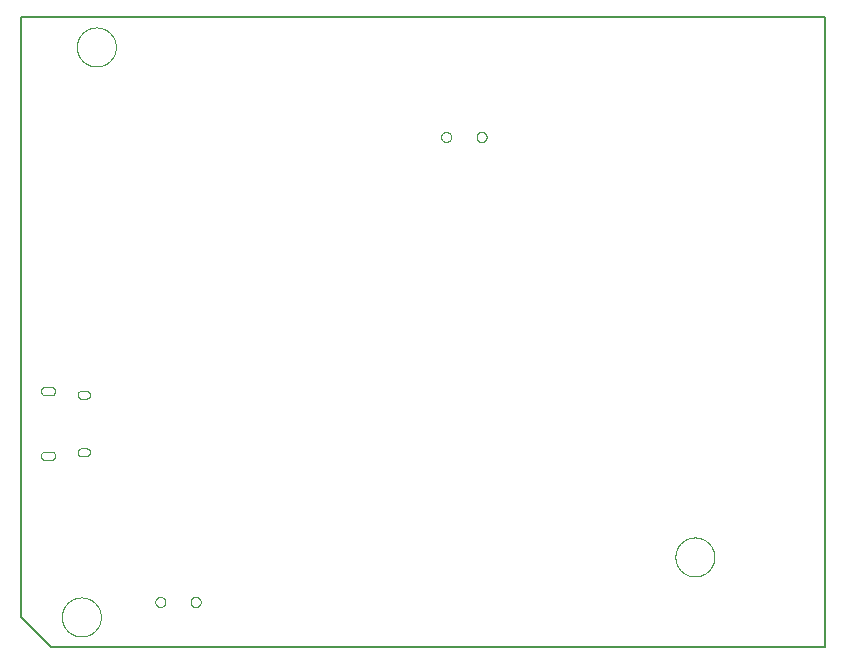
<source format=gko>
G75*
%MOIN*%
%OFA0B0*%
%FSLAX25Y25*%
%IPPOS*%
%LPD*%
%AMOC8*
5,1,8,0,0,1.08239X$1,22.5*
%
%ADD10C,0.00800*%
%ADD11C,0.00079*%
%ADD12C,0.00000*%
D10*
X0063333Y0045000D02*
X0063333Y0245000D01*
X0331333Y0245000D01*
X0331333Y0035000D01*
X0073333Y0035000D01*
X0063333Y0045000D01*
D11*
X0071030Y0097374D02*
X0073392Y0097374D01*
X0073463Y0097384D01*
X0073532Y0097398D01*
X0073601Y0097416D01*
X0073669Y0097437D01*
X0073736Y0097462D01*
X0073801Y0097491D01*
X0073865Y0097523D01*
X0073926Y0097558D01*
X0073986Y0097596D01*
X0074044Y0097638D01*
X0074099Y0097683D01*
X0074153Y0097730D01*
X0074203Y0097780D01*
X0074251Y0097833D01*
X0074296Y0097888D01*
X0074337Y0097946D01*
X0074376Y0098005D01*
X0074412Y0098067D01*
X0074444Y0098130D01*
X0074473Y0098196D01*
X0074498Y0098262D01*
X0074520Y0098330D01*
X0074538Y0098399D01*
X0074553Y0098468D01*
X0074563Y0098538D01*
X0074570Y0098609D01*
X0074574Y0098680D01*
X0074573Y0098751D01*
X0074573Y0098752D02*
X0074574Y0098823D01*
X0074570Y0098894D01*
X0074563Y0098965D01*
X0074553Y0099035D01*
X0074538Y0099104D01*
X0074520Y0099173D01*
X0074498Y0099241D01*
X0074473Y0099307D01*
X0074444Y0099373D01*
X0074412Y0099436D01*
X0074376Y0099498D01*
X0074337Y0099557D01*
X0074296Y0099615D01*
X0074251Y0099670D01*
X0074203Y0099723D01*
X0074153Y0099773D01*
X0074099Y0099820D01*
X0074044Y0099865D01*
X0073986Y0099907D01*
X0073926Y0099945D01*
X0073865Y0099980D01*
X0073801Y0100012D01*
X0073736Y0100041D01*
X0073669Y0100066D01*
X0073601Y0100087D01*
X0073532Y0100105D01*
X0073463Y0100119D01*
X0073392Y0100129D01*
X0073392Y0100130D02*
X0071030Y0100130D01*
X0071031Y0100129D02*
X0070960Y0100119D01*
X0070891Y0100105D01*
X0070822Y0100087D01*
X0070754Y0100066D01*
X0070687Y0100041D01*
X0070622Y0100012D01*
X0070558Y0099980D01*
X0070497Y0099945D01*
X0070437Y0099907D01*
X0070379Y0099865D01*
X0070324Y0099820D01*
X0070270Y0099773D01*
X0070220Y0099723D01*
X0070172Y0099670D01*
X0070127Y0099615D01*
X0070086Y0099557D01*
X0070047Y0099498D01*
X0070011Y0099436D01*
X0069979Y0099373D01*
X0069950Y0099307D01*
X0069925Y0099241D01*
X0069903Y0099173D01*
X0069885Y0099104D01*
X0069870Y0099035D01*
X0069860Y0098965D01*
X0069853Y0098894D01*
X0069849Y0098823D01*
X0069850Y0098752D01*
X0069850Y0098751D02*
X0069849Y0098680D01*
X0069853Y0098609D01*
X0069860Y0098538D01*
X0069870Y0098468D01*
X0069885Y0098399D01*
X0069903Y0098330D01*
X0069925Y0098262D01*
X0069950Y0098196D01*
X0069979Y0098130D01*
X0070011Y0098067D01*
X0070047Y0098005D01*
X0070086Y0097946D01*
X0070127Y0097888D01*
X0070172Y0097833D01*
X0070220Y0097780D01*
X0070270Y0097730D01*
X0070324Y0097683D01*
X0070379Y0097638D01*
X0070437Y0097596D01*
X0070497Y0097558D01*
X0070558Y0097523D01*
X0070622Y0097491D01*
X0070687Y0097462D01*
X0070754Y0097437D01*
X0070822Y0097416D01*
X0070891Y0097398D01*
X0070960Y0097384D01*
X0071031Y0097374D01*
X0083353Y0098654D02*
X0084928Y0098654D01*
X0084928Y0098653D02*
X0084997Y0098655D01*
X0085066Y0098661D01*
X0085135Y0098670D01*
X0085203Y0098683D01*
X0085270Y0098700D01*
X0085337Y0098720D01*
X0085402Y0098744D01*
X0085465Y0098771D01*
X0085528Y0098802D01*
X0085588Y0098836D01*
X0085646Y0098874D01*
X0085703Y0098914D01*
X0085757Y0098957D01*
X0085808Y0099004D01*
X0085857Y0099053D01*
X0085904Y0099104D01*
X0085947Y0099158D01*
X0085987Y0099215D01*
X0086025Y0099273D01*
X0086059Y0099333D01*
X0086090Y0099396D01*
X0086117Y0099459D01*
X0086141Y0099524D01*
X0086161Y0099591D01*
X0086178Y0099658D01*
X0086191Y0099726D01*
X0086200Y0099795D01*
X0086206Y0099864D01*
X0086208Y0099933D01*
X0086207Y0100003D01*
X0086202Y0100072D01*
X0086194Y0100141D01*
X0086182Y0100210D01*
X0086166Y0100277D01*
X0086146Y0100344D01*
X0086122Y0100410D01*
X0086095Y0100474D01*
X0086065Y0100536D01*
X0086031Y0100597D01*
X0085994Y0100656D01*
X0085953Y0100713D01*
X0085910Y0100767D01*
X0085863Y0100819D01*
X0085814Y0100868D01*
X0085762Y0100915D01*
X0085708Y0100958D01*
X0085651Y0100999D01*
X0085592Y0101036D01*
X0085531Y0101070D01*
X0085469Y0101100D01*
X0085405Y0101127D01*
X0085339Y0101151D01*
X0085272Y0101171D01*
X0085205Y0101187D01*
X0085136Y0101199D01*
X0085067Y0101207D01*
X0084998Y0101212D01*
X0084928Y0101213D01*
X0083353Y0101213D01*
X0083281Y0101208D01*
X0083209Y0101199D01*
X0083138Y0101186D01*
X0083067Y0101169D01*
X0082998Y0101149D01*
X0082930Y0101124D01*
X0082863Y0101097D01*
X0082798Y0101065D01*
X0082734Y0101030D01*
X0082673Y0100992D01*
X0082614Y0100951D01*
X0082557Y0100906D01*
X0082502Y0100858D01*
X0082451Y0100808D01*
X0082402Y0100754D01*
X0082356Y0100699D01*
X0082313Y0100640D01*
X0082273Y0100580D01*
X0082237Y0100517D01*
X0082204Y0100453D01*
X0082174Y0100387D01*
X0082149Y0100319D01*
X0082126Y0100250D01*
X0082108Y0100180D01*
X0082094Y0100109D01*
X0082083Y0100038D01*
X0082076Y0099966D01*
X0082073Y0099893D01*
X0082074Y0099893D02*
X0082072Y0099826D01*
X0082074Y0099759D01*
X0082080Y0099692D01*
X0082090Y0099625D01*
X0082103Y0099559D01*
X0082120Y0099494D01*
X0082141Y0099430D01*
X0082166Y0099368D01*
X0082194Y0099306D01*
X0082226Y0099247D01*
X0082260Y0099189D01*
X0082298Y0099134D01*
X0082340Y0099081D01*
X0082384Y0099030D01*
X0082431Y0098982D01*
X0082480Y0098936D01*
X0082533Y0098894D01*
X0082587Y0098854D01*
X0082644Y0098818D01*
X0082702Y0098785D01*
X0082763Y0098755D01*
X0082825Y0098729D01*
X0082888Y0098707D01*
X0082953Y0098688D01*
X0083018Y0098672D01*
X0083085Y0098661D01*
X0083151Y0098653D01*
X0083219Y0098649D01*
X0083286Y0098649D01*
X0083353Y0098653D01*
X0083353Y0117787D02*
X0084928Y0117787D01*
X0084997Y0117789D01*
X0085066Y0117795D01*
X0085135Y0117804D01*
X0085203Y0117817D01*
X0085270Y0117834D01*
X0085337Y0117854D01*
X0085402Y0117878D01*
X0085465Y0117905D01*
X0085528Y0117936D01*
X0085588Y0117970D01*
X0085646Y0118008D01*
X0085703Y0118048D01*
X0085757Y0118091D01*
X0085808Y0118138D01*
X0085857Y0118187D01*
X0085904Y0118238D01*
X0085947Y0118292D01*
X0085987Y0118349D01*
X0086025Y0118407D01*
X0086059Y0118467D01*
X0086090Y0118530D01*
X0086117Y0118593D01*
X0086141Y0118658D01*
X0086161Y0118725D01*
X0086178Y0118792D01*
X0086191Y0118860D01*
X0086200Y0118929D01*
X0086206Y0118998D01*
X0086208Y0119067D01*
X0086207Y0119137D01*
X0086202Y0119206D01*
X0086194Y0119275D01*
X0086182Y0119344D01*
X0086166Y0119411D01*
X0086146Y0119478D01*
X0086122Y0119544D01*
X0086095Y0119608D01*
X0086065Y0119670D01*
X0086031Y0119731D01*
X0085994Y0119790D01*
X0085953Y0119847D01*
X0085910Y0119901D01*
X0085863Y0119953D01*
X0085814Y0120002D01*
X0085762Y0120049D01*
X0085708Y0120092D01*
X0085651Y0120133D01*
X0085592Y0120170D01*
X0085531Y0120204D01*
X0085469Y0120234D01*
X0085405Y0120261D01*
X0085339Y0120285D01*
X0085272Y0120305D01*
X0085205Y0120321D01*
X0085136Y0120333D01*
X0085067Y0120341D01*
X0084998Y0120346D01*
X0084928Y0120347D01*
X0084928Y0120346D02*
X0083353Y0120346D01*
X0083353Y0120347D02*
X0083281Y0120342D01*
X0083209Y0120333D01*
X0083138Y0120320D01*
X0083067Y0120303D01*
X0082998Y0120283D01*
X0082930Y0120258D01*
X0082863Y0120231D01*
X0082798Y0120199D01*
X0082734Y0120164D01*
X0082673Y0120126D01*
X0082614Y0120085D01*
X0082557Y0120040D01*
X0082502Y0119992D01*
X0082451Y0119942D01*
X0082402Y0119888D01*
X0082356Y0119833D01*
X0082313Y0119774D01*
X0082273Y0119714D01*
X0082237Y0119651D01*
X0082204Y0119587D01*
X0082174Y0119521D01*
X0082149Y0119453D01*
X0082126Y0119384D01*
X0082108Y0119314D01*
X0082094Y0119243D01*
X0082083Y0119172D01*
X0082076Y0119100D01*
X0082073Y0119027D01*
X0082074Y0119027D02*
X0082072Y0118960D01*
X0082074Y0118893D01*
X0082080Y0118826D01*
X0082090Y0118759D01*
X0082103Y0118693D01*
X0082120Y0118628D01*
X0082141Y0118564D01*
X0082166Y0118502D01*
X0082194Y0118440D01*
X0082226Y0118381D01*
X0082260Y0118323D01*
X0082298Y0118268D01*
X0082340Y0118215D01*
X0082384Y0118164D01*
X0082431Y0118116D01*
X0082480Y0118070D01*
X0082533Y0118028D01*
X0082587Y0117988D01*
X0082644Y0117952D01*
X0082702Y0117919D01*
X0082763Y0117889D01*
X0082825Y0117863D01*
X0082888Y0117841D01*
X0082953Y0117822D01*
X0083018Y0117806D01*
X0083085Y0117795D01*
X0083151Y0117787D01*
X0083219Y0117783D01*
X0083286Y0117783D01*
X0083353Y0117787D01*
X0073392Y0118870D02*
X0071030Y0118870D01*
X0071031Y0118871D02*
X0070960Y0118881D01*
X0070891Y0118895D01*
X0070822Y0118913D01*
X0070754Y0118934D01*
X0070687Y0118959D01*
X0070622Y0118988D01*
X0070558Y0119020D01*
X0070497Y0119055D01*
X0070437Y0119093D01*
X0070379Y0119135D01*
X0070324Y0119180D01*
X0070270Y0119227D01*
X0070220Y0119277D01*
X0070172Y0119330D01*
X0070127Y0119385D01*
X0070086Y0119443D01*
X0070047Y0119502D01*
X0070011Y0119564D01*
X0069979Y0119627D01*
X0069950Y0119693D01*
X0069925Y0119759D01*
X0069903Y0119827D01*
X0069885Y0119896D01*
X0069870Y0119965D01*
X0069860Y0120035D01*
X0069853Y0120106D01*
X0069849Y0120177D01*
X0069850Y0120248D01*
X0069850Y0120249D02*
X0069849Y0120320D01*
X0069853Y0120391D01*
X0069860Y0120462D01*
X0069870Y0120532D01*
X0069885Y0120601D01*
X0069903Y0120670D01*
X0069925Y0120738D01*
X0069950Y0120804D01*
X0069979Y0120870D01*
X0070011Y0120933D01*
X0070047Y0120995D01*
X0070086Y0121054D01*
X0070127Y0121112D01*
X0070172Y0121167D01*
X0070220Y0121220D01*
X0070270Y0121270D01*
X0070324Y0121317D01*
X0070379Y0121362D01*
X0070437Y0121404D01*
X0070497Y0121442D01*
X0070558Y0121477D01*
X0070622Y0121509D01*
X0070687Y0121538D01*
X0070754Y0121563D01*
X0070822Y0121584D01*
X0070891Y0121602D01*
X0070960Y0121616D01*
X0071031Y0121626D01*
X0071030Y0121626D02*
X0073392Y0121626D01*
X0073463Y0121616D01*
X0073532Y0121602D01*
X0073601Y0121584D01*
X0073669Y0121563D01*
X0073736Y0121538D01*
X0073801Y0121509D01*
X0073865Y0121477D01*
X0073926Y0121442D01*
X0073986Y0121404D01*
X0074044Y0121362D01*
X0074099Y0121317D01*
X0074153Y0121270D01*
X0074203Y0121220D01*
X0074251Y0121167D01*
X0074296Y0121112D01*
X0074337Y0121054D01*
X0074376Y0120995D01*
X0074412Y0120933D01*
X0074444Y0120870D01*
X0074473Y0120804D01*
X0074498Y0120738D01*
X0074520Y0120670D01*
X0074538Y0120601D01*
X0074553Y0120532D01*
X0074563Y0120462D01*
X0074570Y0120391D01*
X0074574Y0120320D01*
X0074573Y0120249D01*
X0074573Y0120248D02*
X0074574Y0120177D01*
X0074570Y0120106D01*
X0074563Y0120035D01*
X0074553Y0119965D01*
X0074538Y0119896D01*
X0074520Y0119827D01*
X0074498Y0119759D01*
X0074473Y0119693D01*
X0074444Y0119627D01*
X0074412Y0119564D01*
X0074376Y0119502D01*
X0074337Y0119443D01*
X0074296Y0119385D01*
X0074251Y0119330D01*
X0074203Y0119277D01*
X0074153Y0119227D01*
X0074099Y0119180D01*
X0074044Y0119135D01*
X0073986Y0119093D01*
X0073926Y0119055D01*
X0073865Y0119020D01*
X0073801Y0118988D01*
X0073736Y0118959D01*
X0073669Y0118934D01*
X0073601Y0118913D01*
X0073532Y0118895D01*
X0073463Y0118881D01*
X0073392Y0118871D01*
D12*
X0107955Y0050000D02*
X0107957Y0050081D01*
X0107963Y0050163D01*
X0107973Y0050244D01*
X0107987Y0050324D01*
X0108004Y0050403D01*
X0108026Y0050482D01*
X0108051Y0050559D01*
X0108080Y0050636D01*
X0108113Y0050710D01*
X0108150Y0050783D01*
X0108189Y0050854D01*
X0108233Y0050923D01*
X0108279Y0050990D01*
X0108329Y0051054D01*
X0108382Y0051116D01*
X0108438Y0051176D01*
X0108496Y0051232D01*
X0108558Y0051286D01*
X0108622Y0051337D01*
X0108688Y0051384D01*
X0108756Y0051428D01*
X0108827Y0051469D01*
X0108899Y0051506D01*
X0108974Y0051540D01*
X0109049Y0051570D01*
X0109127Y0051596D01*
X0109205Y0051619D01*
X0109284Y0051637D01*
X0109364Y0051652D01*
X0109445Y0051663D01*
X0109526Y0051670D01*
X0109608Y0051673D01*
X0109689Y0051672D01*
X0109770Y0051667D01*
X0109851Y0051658D01*
X0109932Y0051645D01*
X0110012Y0051628D01*
X0110090Y0051608D01*
X0110168Y0051583D01*
X0110245Y0051555D01*
X0110320Y0051523D01*
X0110393Y0051488D01*
X0110464Y0051449D01*
X0110534Y0051406D01*
X0110601Y0051361D01*
X0110667Y0051312D01*
X0110729Y0051260D01*
X0110789Y0051204D01*
X0110846Y0051146D01*
X0110901Y0051086D01*
X0110952Y0051022D01*
X0111000Y0050957D01*
X0111045Y0050889D01*
X0111087Y0050819D01*
X0111125Y0050747D01*
X0111160Y0050673D01*
X0111191Y0050598D01*
X0111218Y0050521D01*
X0111241Y0050443D01*
X0111261Y0050364D01*
X0111277Y0050284D01*
X0111289Y0050203D01*
X0111297Y0050122D01*
X0111301Y0050041D01*
X0111301Y0049959D01*
X0111297Y0049878D01*
X0111289Y0049797D01*
X0111277Y0049716D01*
X0111261Y0049636D01*
X0111241Y0049557D01*
X0111218Y0049479D01*
X0111191Y0049402D01*
X0111160Y0049327D01*
X0111125Y0049253D01*
X0111087Y0049181D01*
X0111045Y0049111D01*
X0111000Y0049043D01*
X0110952Y0048978D01*
X0110901Y0048914D01*
X0110846Y0048854D01*
X0110789Y0048796D01*
X0110729Y0048740D01*
X0110667Y0048688D01*
X0110601Y0048639D01*
X0110534Y0048594D01*
X0110465Y0048551D01*
X0110393Y0048512D01*
X0110320Y0048477D01*
X0110245Y0048445D01*
X0110168Y0048417D01*
X0110090Y0048392D01*
X0110012Y0048372D01*
X0109932Y0048355D01*
X0109851Y0048342D01*
X0109770Y0048333D01*
X0109689Y0048328D01*
X0109608Y0048327D01*
X0109526Y0048330D01*
X0109445Y0048337D01*
X0109364Y0048348D01*
X0109284Y0048363D01*
X0109205Y0048381D01*
X0109127Y0048404D01*
X0109049Y0048430D01*
X0108974Y0048460D01*
X0108899Y0048494D01*
X0108827Y0048531D01*
X0108756Y0048572D01*
X0108688Y0048616D01*
X0108622Y0048663D01*
X0108558Y0048714D01*
X0108496Y0048768D01*
X0108438Y0048824D01*
X0108382Y0048884D01*
X0108329Y0048946D01*
X0108279Y0049010D01*
X0108233Y0049077D01*
X0108189Y0049146D01*
X0108150Y0049217D01*
X0108113Y0049290D01*
X0108080Y0049364D01*
X0108051Y0049441D01*
X0108026Y0049518D01*
X0108004Y0049597D01*
X0107987Y0049676D01*
X0107973Y0049756D01*
X0107963Y0049837D01*
X0107957Y0049919D01*
X0107955Y0050000D01*
X0119766Y0050000D02*
X0119768Y0050081D01*
X0119774Y0050163D01*
X0119784Y0050244D01*
X0119798Y0050324D01*
X0119815Y0050403D01*
X0119837Y0050482D01*
X0119862Y0050559D01*
X0119891Y0050636D01*
X0119924Y0050710D01*
X0119961Y0050783D01*
X0120000Y0050854D01*
X0120044Y0050923D01*
X0120090Y0050990D01*
X0120140Y0051054D01*
X0120193Y0051116D01*
X0120249Y0051176D01*
X0120307Y0051232D01*
X0120369Y0051286D01*
X0120433Y0051337D01*
X0120499Y0051384D01*
X0120567Y0051428D01*
X0120638Y0051469D01*
X0120710Y0051506D01*
X0120785Y0051540D01*
X0120860Y0051570D01*
X0120938Y0051596D01*
X0121016Y0051619D01*
X0121095Y0051637D01*
X0121175Y0051652D01*
X0121256Y0051663D01*
X0121337Y0051670D01*
X0121419Y0051673D01*
X0121500Y0051672D01*
X0121581Y0051667D01*
X0121662Y0051658D01*
X0121743Y0051645D01*
X0121823Y0051628D01*
X0121901Y0051608D01*
X0121979Y0051583D01*
X0122056Y0051555D01*
X0122131Y0051523D01*
X0122204Y0051488D01*
X0122275Y0051449D01*
X0122345Y0051406D01*
X0122412Y0051361D01*
X0122478Y0051312D01*
X0122540Y0051260D01*
X0122600Y0051204D01*
X0122657Y0051146D01*
X0122712Y0051086D01*
X0122763Y0051022D01*
X0122811Y0050957D01*
X0122856Y0050889D01*
X0122898Y0050819D01*
X0122936Y0050747D01*
X0122971Y0050673D01*
X0123002Y0050598D01*
X0123029Y0050521D01*
X0123052Y0050443D01*
X0123072Y0050364D01*
X0123088Y0050284D01*
X0123100Y0050203D01*
X0123108Y0050122D01*
X0123112Y0050041D01*
X0123112Y0049959D01*
X0123108Y0049878D01*
X0123100Y0049797D01*
X0123088Y0049716D01*
X0123072Y0049636D01*
X0123052Y0049557D01*
X0123029Y0049479D01*
X0123002Y0049402D01*
X0122971Y0049327D01*
X0122936Y0049253D01*
X0122898Y0049181D01*
X0122856Y0049111D01*
X0122811Y0049043D01*
X0122763Y0048978D01*
X0122712Y0048914D01*
X0122657Y0048854D01*
X0122600Y0048796D01*
X0122540Y0048740D01*
X0122478Y0048688D01*
X0122412Y0048639D01*
X0122345Y0048594D01*
X0122276Y0048551D01*
X0122204Y0048512D01*
X0122131Y0048477D01*
X0122056Y0048445D01*
X0121979Y0048417D01*
X0121901Y0048392D01*
X0121823Y0048372D01*
X0121743Y0048355D01*
X0121662Y0048342D01*
X0121581Y0048333D01*
X0121500Y0048328D01*
X0121419Y0048327D01*
X0121337Y0048330D01*
X0121256Y0048337D01*
X0121175Y0048348D01*
X0121095Y0048363D01*
X0121016Y0048381D01*
X0120938Y0048404D01*
X0120860Y0048430D01*
X0120785Y0048460D01*
X0120710Y0048494D01*
X0120638Y0048531D01*
X0120567Y0048572D01*
X0120499Y0048616D01*
X0120433Y0048663D01*
X0120369Y0048714D01*
X0120307Y0048768D01*
X0120249Y0048824D01*
X0120193Y0048884D01*
X0120140Y0048946D01*
X0120090Y0049010D01*
X0120044Y0049077D01*
X0120000Y0049146D01*
X0119961Y0049217D01*
X0119924Y0049290D01*
X0119891Y0049364D01*
X0119862Y0049441D01*
X0119837Y0049518D01*
X0119815Y0049597D01*
X0119798Y0049676D01*
X0119784Y0049756D01*
X0119774Y0049837D01*
X0119768Y0049919D01*
X0119766Y0050000D01*
X0076833Y0045000D02*
X0076835Y0045161D01*
X0076841Y0045321D01*
X0076851Y0045482D01*
X0076865Y0045642D01*
X0076883Y0045802D01*
X0076904Y0045961D01*
X0076930Y0046120D01*
X0076960Y0046278D01*
X0076993Y0046435D01*
X0077031Y0046592D01*
X0077072Y0046747D01*
X0077117Y0046901D01*
X0077166Y0047054D01*
X0077219Y0047206D01*
X0077275Y0047357D01*
X0077336Y0047506D01*
X0077399Y0047654D01*
X0077467Y0047800D01*
X0077538Y0047944D01*
X0077612Y0048086D01*
X0077690Y0048227D01*
X0077772Y0048365D01*
X0077857Y0048502D01*
X0077945Y0048636D01*
X0078037Y0048768D01*
X0078132Y0048898D01*
X0078230Y0049026D01*
X0078331Y0049151D01*
X0078435Y0049273D01*
X0078542Y0049393D01*
X0078652Y0049510D01*
X0078765Y0049625D01*
X0078881Y0049736D01*
X0079000Y0049845D01*
X0079121Y0049950D01*
X0079245Y0050053D01*
X0079371Y0050153D01*
X0079499Y0050249D01*
X0079630Y0050342D01*
X0079764Y0050432D01*
X0079899Y0050519D01*
X0080037Y0050602D01*
X0080176Y0050682D01*
X0080318Y0050758D01*
X0080461Y0050831D01*
X0080606Y0050900D01*
X0080753Y0050966D01*
X0080901Y0051028D01*
X0081051Y0051086D01*
X0081202Y0051141D01*
X0081355Y0051192D01*
X0081509Y0051239D01*
X0081664Y0051282D01*
X0081820Y0051321D01*
X0081976Y0051357D01*
X0082134Y0051388D01*
X0082292Y0051416D01*
X0082451Y0051440D01*
X0082611Y0051460D01*
X0082771Y0051476D01*
X0082931Y0051488D01*
X0083092Y0051496D01*
X0083253Y0051500D01*
X0083413Y0051500D01*
X0083574Y0051496D01*
X0083735Y0051488D01*
X0083895Y0051476D01*
X0084055Y0051460D01*
X0084215Y0051440D01*
X0084374Y0051416D01*
X0084532Y0051388D01*
X0084690Y0051357D01*
X0084846Y0051321D01*
X0085002Y0051282D01*
X0085157Y0051239D01*
X0085311Y0051192D01*
X0085464Y0051141D01*
X0085615Y0051086D01*
X0085765Y0051028D01*
X0085913Y0050966D01*
X0086060Y0050900D01*
X0086205Y0050831D01*
X0086348Y0050758D01*
X0086490Y0050682D01*
X0086629Y0050602D01*
X0086767Y0050519D01*
X0086902Y0050432D01*
X0087036Y0050342D01*
X0087167Y0050249D01*
X0087295Y0050153D01*
X0087421Y0050053D01*
X0087545Y0049950D01*
X0087666Y0049845D01*
X0087785Y0049736D01*
X0087901Y0049625D01*
X0088014Y0049510D01*
X0088124Y0049393D01*
X0088231Y0049273D01*
X0088335Y0049151D01*
X0088436Y0049026D01*
X0088534Y0048898D01*
X0088629Y0048768D01*
X0088721Y0048636D01*
X0088809Y0048502D01*
X0088894Y0048365D01*
X0088976Y0048227D01*
X0089054Y0048086D01*
X0089128Y0047944D01*
X0089199Y0047800D01*
X0089267Y0047654D01*
X0089330Y0047506D01*
X0089391Y0047357D01*
X0089447Y0047206D01*
X0089500Y0047054D01*
X0089549Y0046901D01*
X0089594Y0046747D01*
X0089635Y0046592D01*
X0089673Y0046435D01*
X0089706Y0046278D01*
X0089736Y0046120D01*
X0089762Y0045961D01*
X0089783Y0045802D01*
X0089801Y0045642D01*
X0089815Y0045482D01*
X0089825Y0045321D01*
X0089831Y0045161D01*
X0089833Y0045000D01*
X0089831Y0044839D01*
X0089825Y0044679D01*
X0089815Y0044518D01*
X0089801Y0044358D01*
X0089783Y0044198D01*
X0089762Y0044039D01*
X0089736Y0043880D01*
X0089706Y0043722D01*
X0089673Y0043565D01*
X0089635Y0043408D01*
X0089594Y0043253D01*
X0089549Y0043099D01*
X0089500Y0042946D01*
X0089447Y0042794D01*
X0089391Y0042643D01*
X0089330Y0042494D01*
X0089267Y0042346D01*
X0089199Y0042200D01*
X0089128Y0042056D01*
X0089054Y0041914D01*
X0088976Y0041773D01*
X0088894Y0041635D01*
X0088809Y0041498D01*
X0088721Y0041364D01*
X0088629Y0041232D01*
X0088534Y0041102D01*
X0088436Y0040974D01*
X0088335Y0040849D01*
X0088231Y0040727D01*
X0088124Y0040607D01*
X0088014Y0040490D01*
X0087901Y0040375D01*
X0087785Y0040264D01*
X0087666Y0040155D01*
X0087545Y0040050D01*
X0087421Y0039947D01*
X0087295Y0039847D01*
X0087167Y0039751D01*
X0087036Y0039658D01*
X0086902Y0039568D01*
X0086767Y0039481D01*
X0086629Y0039398D01*
X0086490Y0039318D01*
X0086348Y0039242D01*
X0086205Y0039169D01*
X0086060Y0039100D01*
X0085913Y0039034D01*
X0085765Y0038972D01*
X0085615Y0038914D01*
X0085464Y0038859D01*
X0085311Y0038808D01*
X0085157Y0038761D01*
X0085002Y0038718D01*
X0084846Y0038679D01*
X0084690Y0038643D01*
X0084532Y0038612D01*
X0084374Y0038584D01*
X0084215Y0038560D01*
X0084055Y0038540D01*
X0083895Y0038524D01*
X0083735Y0038512D01*
X0083574Y0038504D01*
X0083413Y0038500D01*
X0083253Y0038500D01*
X0083092Y0038504D01*
X0082931Y0038512D01*
X0082771Y0038524D01*
X0082611Y0038540D01*
X0082451Y0038560D01*
X0082292Y0038584D01*
X0082134Y0038612D01*
X0081976Y0038643D01*
X0081820Y0038679D01*
X0081664Y0038718D01*
X0081509Y0038761D01*
X0081355Y0038808D01*
X0081202Y0038859D01*
X0081051Y0038914D01*
X0080901Y0038972D01*
X0080753Y0039034D01*
X0080606Y0039100D01*
X0080461Y0039169D01*
X0080318Y0039242D01*
X0080176Y0039318D01*
X0080037Y0039398D01*
X0079899Y0039481D01*
X0079764Y0039568D01*
X0079630Y0039658D01*
X0079499Y0039751D01*
X0079371Y0039847D01*
X0079245Y0039947D01*
X0079121Y0040050D01*
X0079000Y0040155D01*
X0078881Y0040264D01*
X0078765Y0040375D01*
X0078652Y0040490D01*
X0078542Y0040607D01*
X0078435Y0040727D01*
X0078331Y0040849D01*
X0078230Y0040974D01*
X0078132Y0041102D01*
X0078037Y0041232D01*
X0077945Y0041364D01*
X0077857Y0041498D01*
X0077772Y0041635D01*
X0077690Y0041773D01*
X0077612Y0041914D01*
X0077538Y0042056D01*
X0077467Y0042200D01*
X0077399Y0042346D01*
X0077336Y0042494D01*
X0077275Y0042643D01*
X0077219Y0042794D01*
X0077166Y0042946D01*
X0077117Y0043099D01*
X0077072Y0043253D01*
X0077031Y0043408D01*
X0076993Y0043565D01*
X0076960Y0043722D01*
X0076930Y0043880D01*
X0076904Y0044039D01*
X0076883Y0044198D01*
X0076865Y0044358D01*
X0076851Y0044518D01*
X0076841Y0044679D01*
X0076835Y0044839D01*
X0076833Y0045000D01*
X0281333Y0065000D02*
X0281335Y0065161D01*
X0281341Y0065321D01*
X0281351Y0065482D01*
X0281365Y0065642D01*
X0281383Y0065802D01*
X0281404Y0065961D01*
X0281430Y0066120D01*
X0281460Y0066278D01*
X0281493Y0066435D01*
X0281531Y0066592D01*
X0281572Y0066747D01*
X0281617Y0066901D01*
X0281666Y0067054D01*
X0281719Y0067206D01*
X0281775Y0067357D01*
X0281836Y0067506D01*
X0281899Y0067654D01*
X0281967Y0067800D01*
X0282038Y0067944D01*
X0282112Y0068086D01*
X0282190Y0068227D01*
X0282272Y0068365D01*
X0282357Y0068502D01*
X0282445Y0068636D01*
X0282537Y0068768D01*
X0282632Y0068898D01*
X0282730Y0069026D01*
X0282831Y0069151D01*
X0282935Y0069273D01*
X0283042Y0069393D01*
X0283152Y0069510D01*
X0283265Y0069625D01*
X0283381Y0069736D01*
X0283500Y0069845D01*
X0283621Y0069950D01*
X0283745Y0070053D01*
X0283871Y0070153D01*
X0283999Y0070249D01*
X0284130Y0070342D01*
X0284264Y0070432D01*
X0284399Y0070519D01*
X0284537Y0070602D01*
X0284676Y0070682D01*
X0284818Y0070758D01*
X0284961Y0070831D01*
X0285106Y0070900D01*
X0285253Y0070966D01*
X0285401Y0071028D01*
X0285551Y0071086D01*
X0285702Y0071141D01*
X0285855Y0071192D01*
X0286009Y0071239D01*
X0286164Y0071282D01*
X0286320Y0071321D01*
X0286476Y0071357D01*
X0286634Y0071388D01*
X0286792Y0071416D01*
X0286951Y0071440D01*
X0287111Y0071460D01*
X0287271Y0071476D01*
X0287431Y0071488D01*
X0287592Y0071496D01*
X0287753Y0071500D01*
X0287913Y0071500D01*
X0288074Y0071496D01*
X0288235Y0071488D01*
X0288395Y0071476D01*
X0288555Y0071460D01*
X0288715Y0071440D01*
X0288874Y0071416D01*
X0289032Y0071388D01*
X0289190Y0071357D01*
X0289346Y0071321D01*
X0289502Y0071282D01*
X0289657Y0071239D01*
X0289811Y0071192D01*
X0289964Y0071141D01*
X0290115Y0071086D01*
X0290265Y0071028D01*
X0290413Y0070966D01*
X0290560Y0070900D01*
X0290705Y0070831D01*
X0290848Y0070758D01*
X0290990Y0070682D01*
X0291129Y0070602D01*
X0291267Y0070519D01*
X0291402Y0070432D01*
X0291536Y0070342D01*
X0291667Y0070249D01*
X0291795Y0070153D01*
X0291921Y0070053D01*
X0292045Y0069950D01*
X0292166Y0069845D01*
X0292285Y0069736D01*
X0292401Y0069625D01*
X0292514Y0069510D01*
X0292624Y0069393D01*
X0292731Y0069273D01*
X0292835Y0069151D01*
X0292936Y0069026D01*
X0293034Y0068898D01*
X0293129Y0068768D01*
X0293221Y0068636D01*
X0293309Y0068502D01*
X0293394Y0068365D01*
X0293476Y0068227D01*
X0293554Y0068086D01*
X0293628Y0067944D01*
X0293699Y0067800D01*
X0293767Y0067654D01*
X0293830Y0067506D01*
X0293891Y0067357D01*
X0293947Y0067206D01*
X0294000Y0067054D01*
X0294049Y0066901D01*
X0294094Y0066747D01*
X0294135Y0066592D01*
X0294173Y0066435D01*
X0294206Y0066278D01*
X0294236Y0066120D01*
X0294262Y0065961D01*
X0294283Y0065802D01*
X0294301Y0065642D01*
X0294315Y0065482D01*
X0294325Y0065321D01*
X0294331Y0065161D01*
X0294333Y0065000D01*
X0294331Y0064839D01*
X0294325Y0064679D01*
X0294315Y0064518D01*
X0294301Y0064358D01*
X0294283Y0064198D01*
X0294262Y0064039D01*
X0294236Y0063880D01*
X0294206Y0063722D01*
X0294173Y0063565D01*
X0294135Y0063408D01*
X0294094Y0063253D01*
X0294049Y0063099D01*
X0294000Y0062946D01*
X0293947Y0062794D01*
X0293891Y0062643D01*
X0293830Y0062494D01*
X0293767Y0062346D01*
X0293699Y0062200D01*
X0293628Y0062056D01*
X0293554Y0061914D01*
X0293476Y0061773D01*
X0293394Y0061635D01*
X0293309Y0061498D01*
X0293221Y0061364D01*
X0293129Y0061232D01*
X0293034Y0061102D01*
X0292936Y0060974D01*
X0292835Y0060849D01*
X0292731Y0060727D01*
X0292624Y0060607D01*
X0292514Y0060490D01*
X0292401Y0060375D01*
X0292285Y0060264D01*
X0292166Y0060155D01*
X0292045Y0060050D01*
X0291921Y0059947D01*
X0291795Y0059847D01*
X0291667Y0059751D01*
X0291536Y0059658D01*
X0291402Y0059568D01*
X0291267Y0059481D01*
X0291129Y0059398D01*
X0290990Y0059318D01*
X0290848Y0059242D01*
X0290705Y0059169D01*
X0290560Y0059100D01*
X0290413Y0059034D01*
X0290265Y0058972D01*
X0290115Y0058914D01*
X0289964Y0058859D01*
X0289811Y0058808D01*
X0289657Y0058761D01*
X0289502Y0058718D01*
X0289346Y0058679D01*
X0289190Y0058643D01*
X0289032Y0058612D01*
X0288874Y0058584D01*
X0288715Y0058560D01*
X0288555Y0058540D01*
X0288395Y0058524D01*
X0288235Y0058512D01*
X0288074Y0058504D01*
X0287913Y0058500D01*
X0287753Y0058500D01*
X0287592Y0058504D01*
X0287431Y0058512D01*
X0287271Y0058524D01*
X0287111Y0058540D01*
X0286951Y0058560D01*
X0286792Y0058584D01*
X0286634Y0058612D01*
X0286476Y0058643D01*
X0286320Y0058679D01*
X0286164Y0058718D01*
X0286009Y0058761D01*
X0285855Y0058808D01*
X0285702Y0058859D01*
X0285551Y0058914D01*
X0285401Y0058972D01*
X0285253Y0059034D01*
X0285106Y0059100D01*
X0284961Y0059169D01*
X0284818Y0059242D01*
X0284676Y0059318D01*
X0284537Y0059398D01*
X0284399Y0059481D01*
X0284264Y0059568D01*
X0284130Y0059658D01*
X0283999Y0059751D01*
X0283871Y0059847D01*
X0283745Y0059947D01*
X0283621Y0060050D01*
X0283500Y0060155D01*
X0283381Y0060264D01*
X0283265Y0060375D01*
X0283152Y0060490D01*
X0283042Y0060607D01*
X0282935Y0060727D01*
X0282831Y0060849D01*
X0282730Y0060974D01*
X0282632Y0061102D01*
X0282537Y0061232D01*
X0282445Y0061364D01*
X0282357Y0061498D01*
X0282272Y0061635D01*
X0282190Y0061773D01*
X0282112Y0061914D01*
X0282038Y0062056D01*
X0281967Y0062200D01*
X0281899Y0062346D01*
X0281836Y0062494D01*
X0281775Y0062643D01*
X0281719Y0062794D01*
X0281666Y0062946D01*
X0281617Y0063099D01*
X0281572Y0063253D01*
X0281531Y0063408D01*
X0281493Y0063565D01*
X0281460Y0063722D01*
X0281430Y0063880D01*
X0281404Y0064039D01*
X0281383Y0064198D01*
X0281365Y0064358D01*
X0281351Y0064518D01*
X0281341Y0064679D01*
X0281335Y0064839D01*
X0281333Y0065000D01*
X0215066Y0205000D02*
X0215068Y0205081D01*
X0215074Y0205163D01*
X0215084Y0205244D01*
X0215098Y0205324D01*
X0215115Y0205403D01*
X0215137Y0205482D01*
X0215162Y0205559D01*
X0215191Y0205636D01*
X0215224Y0205710D01*
X0215261Y0205783D01*
X0215300Y0205854D01*
X0215344Y0205923D01*
X0215390Y0205990D01*
X0215440Y0206054D01*
X0215493Y0206116D01*
X0215549Y0206176D01*
X0215607Y0206232D01*
X0215669Y0206286D01*
X0215733Y0206337D01*
X0215799Y0206384D01*
X0215867Y0206428D01*
X0215938Y0206469D01*
X0216010Y0206506D01*
X0216085Y0206540D01*
X0216160Y0206570D01*
X0216238Y0206596D01*
X0216316Y0206619D01*
X0216395Y0206637D01*
X0216475Y0206652D01*
X0216556Y0206663D01*
X0216637Y0206670D01*
X0216719Y0206673D01*
X0216800Y0206672D01*
X0216881Y0206667D01*
X0216962Y0206658D01*
X0217043Y0206645D01*
X0217123Y0206628D01*
X0217201Y0206608D01*
X0217279Y0206583D01*
X0217356Y0206555D01*
X0217431Y0206523D01*
X0217504Y0206488D01*
X0217575Y0206449D01*
X0217645Y0206406D01*
X0217712Y0206361D01*
X0217778Y0206312D01*
X0217840Y0206260D01*
X0217900Y0206204D01*
X0217957Y0206146D01*
X0218012Y0206086D01*
X0218063Y0206022D01*
X0218111Y0205957D01*
X0218156Y0205889D01*
X0218198Y0205819D01*
X0218236Y0205747D01*
X0218271Y0205673D01*
X0218302Y0205598D01*
X0218329Y0205521D01*
X0218352Y0205443D01*
X0218372Y0205364D01*
X0218388Y0205284D01*
X0218400Y0205203D01*
X0218408Y0205122D01*
X0218412Y0205041D01*
X0218412Y0204959D01*
X0218408Y0204878D01*
X0218400Y0204797D01*
X0218388Y0204716D01*
X0218372Y0204636D01*
X0218352Y0204557D01*
X0218329Y0204479D01*
X0218302Y0204402D01*
X0218271Y0204327D01*
X0218236Y0204253D01*
X0218198Y0204181D01*
X0218156Y0204111D01*
X0218111Y0204043D01*
X0218063Y0203978D01*
X0218012Y0203914D01*
X0217957Y0203854D01*
X0217900Y0203796D01*
X0217840Y0203740D01*
X0217778Y0203688D01*
X0217712Y0203639D01*
X0217645Y0203594D01*
X0217576Y0203551D01*
X0217504Y0203512D01*
X0217431Y0203477D01*
X0217356Y0203445D01*
X0217279Y0203417D01*
X0217201Y0203392D01*
X0217123Y0203372D01*
X0217043Y0203355D01*
X0216962Y0203342D01*
X0216881Y0203333D01*
X0216800Y0203328D01*
X0216719Y0203327D01*
X0216637Y0203330D01*
X0216556Y0203337D01*
X0216475Y0203348D01*
X0216395Y0203363D01*
X0216316Y0203381D01*
X0216238Y0203404D01*
X0216160Y0203430D01*
X0216085Y0203460D01*
X0216010Y0203494D01*
X0215938Y0203531D01*
X0215867Y0203572D01*
X0215799Y0203616D01*
X0215733Y0203663D01*
X0215669Y0203714D01*
X0215607Y0203768D01*
X0215549Y0203824D01*
X0215493Y0203884D01*
X0215440Y0203946D01*
X0215390Y0204010D01*
X0215344Y0204077D01*
X0215300Y0204146D01*
X0215261Y0204217D01*
X0215224Y0204290D01*
X0215191Y0204364D01*
X0215162Y0204441D01*
X0215137Y0204518D01*
X0215115Y0204597D01*
X0215098Y0204676D01*
X0215084Y0204756D01*
X0215074Y0204837D01*
X0215068Y0204919D01*
X0215066Y0205000D01*
X0203255Y0205000D02*
X0203257Y0205081D01*
X0203263Y0205163D01*
X0203273Y0205244D01*
X0203287Y0205324D01*
X0203304Y0205403D01*
X0203326Y0205482D01*
X0203351Y0205559D01*
X0203380Y0205636D01*
X0203413Y0205710D01*
X0203450Y0205783D01*
X0203489Y0205854D01*
X0203533Y0205923D01*
X0203579Y0205990D01*
X0203629Y0206054D01*
X0203682Y0206116D01*
X0203738Y0206176D01*
X0203796Y0206232D01*
X0203858Y0206286D01*
X0203922Y0206337D01*
X0203988Y0206384D01*
X0204056Y0206428D01*
X0204127Y0206469D01*
X0204199Y0206506D01*
X0204274Y0206540D01*
X0204349Y0206570D01*
X0204427Y0206596D01*
X0204505Y0206619D01*
X0204584Y0206637D01*
X0204664Y0206652D01*
X0204745Y0206663D01*
X0204826Y0206670D01*
X0204908Y0206673D01*
X0204989Y0206672D01*
X0205070Y0206667D01*
X0205151Y0206658D01*
X0205232Y0206645D01*
X0205312Y0206628D01*
X0205390Y0206608D01*
X0205468Y0206583D01*
X0205545Y0206555D01*
X0205620Y0206523D01*
X0205693Y0206488D01*
X0205764Y0206449D01*
X0205834Y0206406D01*
X0205901Y0206361D01*
X0205967Y0206312D01*
X0206029Y0206260D01*
X0206089Y0206204D01*
X0206146Y0206146D01*
X0206201Y0206086D01*
X0206252Y0206022D01*
X0206300Y0205957D01*
X0206345Y0205889D01*
X0206387Y0205819D01*
X0206425Y0205747D01*
X0206460Y0205673D01*
X0206491Y0205598D01*
X0206518Y0205521D01*
X0206541Y0205443D01*
X0206561Y0205364D01*
X0206577Y0205284D01*
X0206589Y0205203D01*
X0206597Y0205122D01*
X0206601Y0205041D01*
X0206601Y0204959D01*
X0206597Y0204878D01*
X0206589Y0204797D01*
X0206577Y0204716D01*
X0206561Y0204636D01*
X0206541Y0204557D01*
X0206518Y0204479D01*
X0206491Y0204402D01*
X0206460Y0204327D01*
X0206425Y0204253D01*
X0206387Y0204181D01*
X0206345Y0204111D01*
X0206300Y0204043D01*
X0206252Y0203978D01*
X0206201Y0203914D01*
X0206146Y0203854D01*
X0206089Y0203796D01*
X0206029Y0203740D01*
X0205967Y0203688D01*
X0205901Y0203639D01*
X0205834Y0203594D01*
X0205765Y0203551D01*
X0205693Y0203512D01*
X0205620Y0203477D01*
X0205545Y0203445D01*
X0205468Y0203417D01*
X0205390Y0203392D01*
X0205312Y0203372D01*
X0205232Y0203355D01*
X0205151Y0203342D01*
X0205070Y0203333D01*
X0204989Y0203328D01*
X0204908Y0203327D01*
X0204826Y0203330D01*
X0204745Y0203337D01*
X0204664Y0203348D01*
X0204584Y0203363D01*
X0204505Y0203381D01*
X0204427Y0203404D01*
X0204349Y0203430D01*
X0204274Y0203460D01*
X0204199Y0203494D01*
X0204127Y0203531D01*
X0204056Y0203572D01*
X0203988Y0203616D01*
X0203922Y0203663D01*
X0203858Y0203714D01*
X0203796Y0203768D01*
X0203738Y0203824D01*
X0203682Y0203884D01*
X0203629Y0203946D01*
X0203579Y0204010D01*
X0203533Y0204077D01*
X0203489Y0204146D01*
X0203450Y0204217D01*
X0203413Y0204290D01*
X0203380Y0204364D01*
X0203351Y0204441D01*
X0203326Y0204518D01*
X0203304Y0204597D01*
X0203287Y0204676D01*
X0203273Y0204756D01*
X0203263Y0204837D01*
X0203257Y0204919D01*
X0203255Y0205000D01*
X0081833Y0235000D02*
X0081835Y0235161D01*
X0081841Y0235321D01*
X0081851Y0235482D01*
X0081865Y0235642D01*
X0081883Y0235802D01*
X0081904Y0235961D01*
X0081930Y0236120D01*
X0081960Y0236278D01*
X0081993Y0236435D01*
X0082031Y0236592D01*
X0082072Y0236747D01*
X0082117Y0236901D01*
X0082166Y0237054D01*
X0082219Y0237206D01*
X0082275Y0237357D01*
X0082336Y0237506D01*
X0082399Y0237654D01*
X0082467Y0237800D01*
X0082538Y0237944D01*
X0082612Y0238086D01*
X0082690Y0238227D01*
X0082772Y0238365D01*
X0082857Y0238502D01*
X0082945Y0238636D01*
X0083037Y0238768D01*
X0083132Y0238898D01*
X0083230Y0239026D01*
X0083331Y0239151D01*
X0083435Y0239273D01*
X0083542Y0239393D01*
X0083652Y0239510D01*
X0083765Y0239625D01*
X0083881Y0239736D01*
X0084000Y0239845D01*
X0084121Y0239950D01*
X0084245Y0240053D01*
X0084371Y0240153D01*
X0084499Y0240249D01*
X0084630Y0240342D01*
X0084764Y0240432D01*
X0084899Y0240519D01*
X0085037Y0240602D01*
X0085176Y0240682D01*
X0085318Y0240758D01*
X0085461Y0240831D01*
X0085606Y0240900D01*
X0085753Y0240966D01*
X0085901Y0241028D01*
X0086051Y0241086D01*
X0086202Y0241141D01*
X0086355Y0241192D01*
X0086509Y0241239D01*
X0086664Y0241282D01*
X0086820Y0241321D01*
X0086976Y0241357D01*
X0087134Y0241388D01*
X0087292Y0241416D01*
X0087451Y0241440D01*
X0087611Y0241460D01*
X0087771Y0241476D01*
X0087931Y0241488D01*
X0088092Y0241496D01*
X0088253Y0241500D01*
X0088413Y0241500D01*
X0088574Y0241496D01*
X0088735Y0241488D01*
X0088895Y0241476D01*
X0089055Y0241460D01*
X0089215Y0241440D01*
X0089374Y0241416D01*
X0089532Y0241388D01*
X0089690Y0241357D01*
X0089846Y0241321D01*
X0090002Y0241282D01*
X0090157Y0241239D01*
X0090311Y0241192D01*
X0090464Y0241141D01*
X0090615Y0241086D01*
X0090765Y0241028D01*
X0090913Y0240966D01*
X0091060Y0240900D01*
X0091205Y0240831D01*
X0091348Y0240758D01*
X0091490Y0240682D01*
X0091629Y0240602D01*
X0091767Y0240519D01*
X0091902Y0240432D01*
X0092036Y0240342D01*
X0092167Y0240249D01*
X0092295Y0240153D01*
X0092421Y0240053D01*
X0092545Y0239950D01*
X0092666Y0239845D01*
X0092785Y0239736D01*
X0092901Y0239625D01*
X0093014Y0239510D01*
X0093124Y0239393D01*
X0093231Y0239273D01*
X0093335Y0239151D01*
X0093436Y0239026D01*
X0093534Y0238898D01*
X0093629Y0238768D01*
X0093721Y0238636D01*
X0093809Y0238502D01*
X0093894Y0238365D01*
X0093976Y0238227D01*
X0094054Y0238086D01*
X0094128Y0237944D01*
X0094199Y0237800D01*
X0094267Y0237654D01*
X0094330Y0237506D01*
X0094391Y0237357D01*
X0094447Y0237206D01*
X0094500Y0237054D01*
X0094549Y0236901D01*
X0094594Y0236747D01*
X0094635Y0236592D01*
X0094673Y0236435D01*
X0094706Y0236278D01*
X0094736Y0236120D01*
X0094762Y0235961D01*
X0094783Y0235802D01*
X0094801Y0235642D01*
X0094815Y0235482D01*
X0094825Y0235321D01*
X0094831Y0235161D01*
X0094833Y0235000D01*
X0094831Y0234839D01*
X0094825Y0234679D01*
X0094815Y0234518D01*
X0094801Y0234358D01*
X0094783Y0234198D01*
X0094762Y0234039D01*
X0094736Y0233880D01*
X0094706Y0233722D01*
X0094673Y0233565D01*
X0094635Y0233408D01*
X0094594Y0233253D01*
X0094549Y0233099D01*
X0094500Y0232946D01*
X0094447Y0232794D01*
X0094391Y0232643D01*
X0094330Y0232494D01*
X0094267Y0232346D01*
X0094199Y0232200D01*
X0094128Y0232056D01*
X0094054Y0231914D01*
X0093976Y0231773D01*
X0093894Y0231635D01*
X0093809Y0231498D01*
X0093721Y0231364D01*
X0093629Y0231232D01*
X0093534Y0231102D01*
X0093436Y0230974D01*
X0093335Y0230849D01*
X0093231Y0230727D01*
X0093124Y0230607D01*
X0093014Y0230490D01*
X0092901Y0230375D01*
X0092785Y0230264D01*
X0092666Y0230155D01*
X0092545Y0230050D01*
X0092421Y0229947D01*
X0092295Y0229847D01*
X0092167Y0229751D01*
X0092036Y0229658D01*
X0091902Y0229568D01*
X0091767Y0229481D01*
X0091629Y0229398D01*
X0091490Y0229318D01*
X0091348Y0229242D01*
X0091205Y0229169D01*
X0091060Y0229100D01*
X0090913Y0229034D01*
X0090765Y0228972D01*
X0090615Y0228914D01*
X0090464Y0228859D01*
X0090311Y0228808D01*
X0090157Y0228761D01*
X0090002Y0228718D01*
X0089846Y0228679D01*
X0089690Y0228643D01*
X0089532Y0228612D01*
X0089374Y0228584D01*
X0089215Y0228560D01*
X0089055Y0228540D01*
X0088895Y0228524D01*
X0088735Y0228512D01*
X0088574Y0228504D01*
X0088413Y0228500D01*
X0088253Y0228500D01*
X0088092Y0228504D01*
X0087931Y0228512D01*
X0087771Y0228524D01*
X0087611Y0228540D01*
X0087451Y0228560D01*
X0087292Y0228584D01*
X0087134Y0228612D01*
X0086976Y0228643D01*
X0086820Y0228679D01*
X0086664Y0228718D01*
X0086509Y0228761D01*
X0086355Y0228808D01*
X0086202Y0228859D01*
X0086051Y0228914D01*
X0085901Y0228972D01*
X0085753Y0229034D01*
X0085606Y0229100D01*
X0085461Y0229169D01*
X0085318Y0229242D01*
X0085176Y0229318D01*
X0085037Y0229398D01*
X0084899Y0229481D01*
X0084764Y0229568D01*
X0084630Y0229658D01*
X0084499Y0229751D01*
X0084371Y0229847D01*
X0084245Y0229947D01*
X0084121Y0230050D01*
X0084000Y0230155D01*
X0083881Y0230264D01*
X0083765Y0230375D01*
X0083652Y0230490D01*
X0083542Y0230607D01*
X0083435Y0230727D01*
X0083331Y0230849D01*
X0083230Y0230974D01*
X0083132Y0231102D01*
X0083037Y0231232D01*
X0082945Y0231364D01*
X0082857Y0231498D01*
X0082772Y0231635D01*
X0082690Y0231773D01*
X0082612Y0231914D01*
X0082538Y0232056D01*
X0082467Y0232200D01*
X0082399Y0232346D01*
X0082336Y0232494D01*
X0082275Y0232643D01*
X0082219Y0232794D01*
X0082166Y0232946D01*
X0082117Y0233099D01*
X0082072Y0233253D01*
X0082031Y0233408D01*
X0081993Y0233565D01*
X0081960Y0233722D01*
X0081930Y0233880D01*
X0081904Y0234039D01*
X0081883Y0234198D01*
X0081865Y0234358D01*
X0081851Y0234518D01*
X0081841Y0234679D01*
X0081835Y0234839D01*
X0081833Y0235000D01*
M02*

</source>
